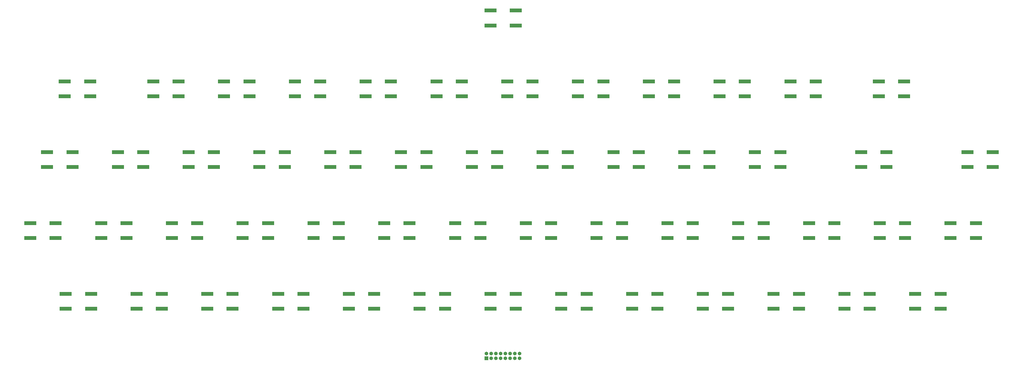
<source format=gbs>
G04 #@! TF.GenerationSoftware,KiCad,Pcbnew,(5.1.10)-1*
G04 #@! TF.CreationDate,2022-01-19T11:14:15-05:00*
G04 #@! TF.ProjectId,CoCo1SwitchBoard,436f436f-3153-4776-9974-6368426f6172,1.0*
G04 #@! TF.SameCoordinates,Original*
G04 #@! TF.FileFunction,Soldermask,Bot*
G04 #@! TF.FilePolarity,Negative*
%FSLAX46Y46*%
G04 Gerber Fmt 4.6, Leading zero omitted, Abs format (unit mm)*
G04 Created by KiCad (PCBNEW (5.1.10)-1) date 2022-01-19 11:14:15*
%MOMM*%
%LPD*%
G01*
G04 APERTURE LIST*
%ADD10O,1.000000X1.000000*%
%ADD11R,1.000000X1.000000*%
%ADD12R,3.200000X1.000000*%
G04 APERTURE END LIST*
D10*
X144449800Y-2030000D03*
X144449800Y-3300000D03*
X143179800Y-2030000D03*
X143179800Y-3300000D03*
X141909800Y-2030000D03*
X141909800Y-3300000D03*
X140639800Y-2030000D03*
X140639800Y-3300000D03*
X139369800Y-2030000D03*
X139369800Y-3300000D03*
X138099800Y-2030000D03*
X138099800Y-3300000D03*
X136829800Y-2030000D03*
X136829800Y-3300000D03*
X135559800Y-2030000D03*
D11*
X135559800Y-3300000D03*
D12*
X247650000Y71000000D03*
X240850000Y71000000D03*
X240850000Y67000000D03*
X247650000Y67000000D03*
X29150000Y71000000D03*
X22350000Y71000000D03*
X22350000Y67000000D03*
X29150000Y67000000D03*
X223900000Y71000000D03*
X217100000Y71000000D03*
X217100000Y67000000D03*
X223900000Y67000000D03*
X143400000Y14000000D03*
X136600000Y14000000D03*
X136600000Y10000000D03*
X143400000Y10000000D03*
X143400000Y90000000D03*
X136600000Y90000000D03*
X136600000Y86000000D03*
X143400000Y86000000D03*
X57900000Y33000000D03*
X51100000Y33000000D03*
X51100000Y29000000D03*
X57900000Y29000000D03*
X190900000Y33000000D03*
X184100000Y33000000D03*
X184100000Y29000000D03*
X190900000Y29000000D03*
X119400000Y52000000D03*
X112600000Y52000000D03*
X112600000Y48000000D03*
X119400000Y48000000D03*
X204900000Y71000000D03*
X198100000Y71000000D03*
X198100000Y67000000D03*
X204900000Y67000000D03*
X124400000Y14000000D03*
X117600000Y14000000D03*
X117600000Y10000000D03*
X124400000Y10000000D03*
X266900000Y33000000D03*
X260100000Y33000000D03*
X260100000Y29000000D03*
X266900000Y29000000D03*
X109900000Y71000000D03*
X103100000Y71000000D03*
X103100000Y67000000D03*
X109900000Y67000000D03*
X147900000Y71000000D03*
X141100000Y71000000D03*
X141100000Y67000000D03*
X147900000Y67000000D03*
X100400000Y52000000D03*
X93600000Y52000000D03*
X93600000Y48000000D03*
X100400000Y48000000D03*
X238400000Y14000000D03*
X231600000Y14000000D03*
X231600000Y10000000D03*
X238400000Y10000000D03*
X105400000Y14000000D03*
X98600000Y14000000D03*
X98600000Y10000000D03*
X105400000Y10000000D03*
X247900000Y33000000D03*
X241100000Y33000000D03*
X241100000Y29000000D03*
X247900000Y29000000D03*
X152900000Y33000000D03*
X146100000Y33000000D03*
X146100000Y29000000D03*
X152900000Y29000000D03*
X166900000Y71000000D03*
X160100000Y71000000D03*
X160100000Y67000000D03*
X166900000Y67000000D03*
X76900000Y33000000D03*
X70100000Y33000000D03*
X70100000Y29000000D03*
X76900000Y29000000D03*
X185900000Y71000000D03*
X179100000Y71000000D03*
X179100000Y67000000D03*
X185900000Y67000000D03*
X86400000Y14000000D03*
X79600000Y14000000D03*
X79600000Y10000000D03*
X86400000Y10000000D03*
X24400000Y52000000D03*
X17600000Y52000000D03*
X17600000Y48000000D03*
X24400000Y48000000D03*
X114900000Y33000000D03*
X108100000Y33000000D03*
X108100000Y29000000D03*
X114900000Y29000000D03*
X195400000Y52000000D03*
X188600000Y52000000D03*
X188600000Y48000000D03*
X195400000Y48000000D03*
X81400000Y52000000D03*
X74600000Y52000000D03*
X74600000Y48000000D03*
X81400000Y48000000D03*
X214400000Y52000000D03*
X207600000Y52000000D03*
X207600000Y48000000D03*
X214400000Y48000000D03*
X67400000Y14000000D03*
X60600000Y14000000D03*
X60600000Y10000000D03*
X67400000Y10000000D03*
X19900000Y33000000D03*
X13100000Y33000000D03*
X13100000Y29000000D03*
X19900000Y29000000D03*
X62400000Y52000000D03*
X55600000Y52000000D03*
X55600000Y48000000D03*
X62400000Y48000000D03*
X176400000Y52000000D03*
X169600000Y52000000D03*
X169600000Y48000000D03*
X176400000Y48000000D03*
X90900000Y71000000D03*
X84100000Y71000000D03*
X84100000Y67000000D03*
X90900000Y67000000D03*
X257400000Y14000000D03*
X250600000Y14000000D03*
X250600000Y10000000D03*
X257400000Y10000000D03*
X219400000Y14000000D03*
X212600000Y14000000D03*
X212600000Y10000000D03*
X219400000Y10000000D03*
X48400000Y14000000D03*
X41600000Y14000000D03*
X41600000Y10000000D03*
X48400000Y10000000D03*
X52900000Y71000000D03*
X46100000Y71000000D03*
X46100000Y67000000D03*
X52900000Y67000000D03*
X95900000Y33000000D03*
X89100000Y33000000D03*
X89100000Y29000000D03*
X95900000Y29000000D03*
X157400000Y52000000D03*
X150600000Y52000000D03*
X150600000Y48000000D03*
X157400000Y48000000D03*
X128900000Y71000000D03*
X122100000Y71000000D03*
X122100000Y67000000D03*
X128900000Y67000000D03*
X271400000Y52000000D03*
X264600000Y52000000D03*
X264600000Y48000000D03*
X271400000Y48000000D03*
X181400000Y14000000D03*
X174600000Y14000000D03*
X174600000Y10000000D03*
X181400000Y10000000D03*
X29400000Y14000000D03*
X22600000Y14000000D03*
X22600000Y10000000D03*
X29400000Y10000000D03*
X133900000Y33000000D03*
X127100000Y33000000D03*
X127100000Y29000000D03*
X133900000Y29000000D03*
X38900000Y33000000D03*
X32100000Y33000000D03*
X32100000Y29000000D03*
X38900000Y29000000D03*
X171900000Y33000000D03*
X165100000Y33000000D03*
X165100000Y29000000D03*
X171900000Y29000000D03*
X43400000Y52000000D03*
X36600000Y52000000D03*
X36600000Y48000000D03*
X43400000Y48000000D03*
X242900000Y52000000D03*
X236100000Y52000000D03*
X236100000Y48000000D03*
X242900000Y48000000D03*
X162400000Y14000000D03*
X155600000Y14000000D03*
X155600000Y10000000D03*
X162400000Y10000000D03*
X200400000Y14000000D03*
X193600000Y14000000D03*
X193600000Y10000000D03*
X200400000Y10000000D03*
X71900000Y71000000D03*
X65100000Y71000000D03*
X65100000Y67000000D03*
X71900000Y67000000D03*
X209900000Y33000000D03*
X203100000Y33000000D03*
X203100000Y29000000D03*
X209900000Y29000000D03*
X138400000Y52000000D03*
X131600000Y52000000D03*
X131600000Y48000000D03*
X138400000Y48000000D03*
X228900000Y33000000D03*
X222100000Y33000000D03*
X222100000Y29000000D03*
X228900000Y29000000D03*
M02*

</source>
